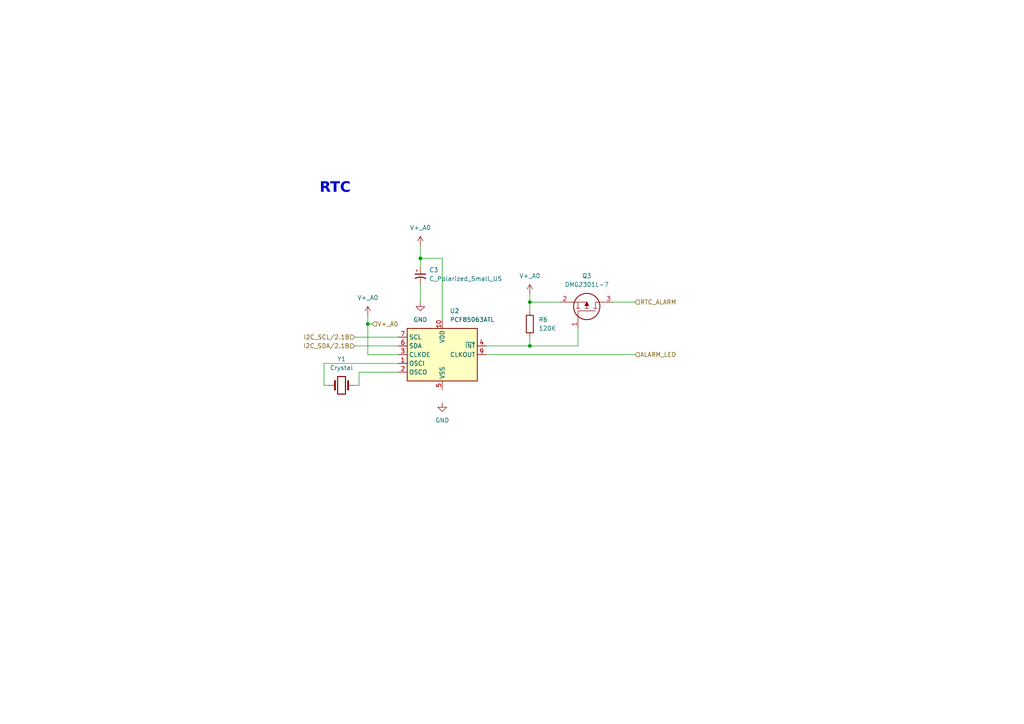
<source format=kicad_sch>
(kicad_sch (version 20230121) (generator eeschema)
  (paper "A4")
  (lib_symbols
    (symbol "DMG2301L-7:DMG2301L-7" (pin_names (offset 0.762))
      (property "Reference" "Q" (at 11.43 3.81 0))
      (property "Value" "DMG2301L-7" (at 11.43 1.27 0))
      (symbol "DMG2301L-7_0_0"
        (pin passive line (at 0 0 0) (length 2.54) (name "~") (number "1"))
        (pin passive line (at 7.62 -5.08 90) (length 2.54) (name "~") (number "2"))
        (pin passive line (at 7.62 10.16 270) (length 2.54) (name "~") (number "3"))
      )
      (symbol "DMG2301L-7_0_1"
        (polyline (pts (xy 5.842 -0.508) (xy 5.842 0.508)) (stroke (width 0.1524)))
        (polyline (pts (xy 5.842 0) (xy 7.62 0)) (stroke (width 0.1524)))
        (polyline (pts (xy 5.842 2.032) (xy 5.842 3.048)) (stroke (width 0.1524)))
        (polyline (pts (xy 5.842 5.588) (xy 5.842 4.572)) (stroke (width 0.1524)))
        (polyline (pts (xy 7.62 2.54) (xy 5.842 2.54)) (stroke (width 0.1524)))
        (polyline (pts (xy 7.62 2.54) (xy 7.62 -2.54)) (stroke (width 0.1524)))
        (polyline (pts (xy 7.62 5.08) (xy 5.842 5.08)) (stroke (width 0.1524)))
        (polyline (pts (xy 7.62 5.08) (xy 7.62 7.62)) (stroke (width 0.1524)))
        (polyline (pts (xy 2.54 0) (xy 5.08 0) (xy 5.08 5.08)) (stroke (width 0.1524)))
        (polyline (pts (xy 7.62 2.54) (xy 6.604 3.048) (xy 6.604 2.032) (xy 7.62 2.54)) (stroke (width 0.254)) (fill (type outline)))
        (circle (center 6.35 2.54) (radius 3.81) (stroke (width 0.254)))
      )
    )
    (symbol "Device:C_Polarized_Small_US" (pin_numbers hide) (pin_names (offset 0.254) hide)
      (property "Reference" "C" (at 0.254 1.778 0))
      (property "Value" "C_Polarized_Small_US" (at 0.254 -2.032 0))
      (symbol "C_Polarized_Small_US_0_1"
        (polyline (pts (xy -1.524 0.508) (xy 1.524 0.508)) (stroke (width 0.3048)))
        (polyline (pts (xy -1.27 1.524) (xy -0.762 1.524)))
        (polyline (pts (xy -1.016 1.27) (xy -1.016 1.778)))
        (arc (start 1.524 -0.762) (mid 0 -0.3734) (end -1.524 -0.762) (stroke (width 0.3048)))
      )
      (symbol "C_Polarized_Small_US_1_1"
        (pin passive line (at 0 2.54 270) (length 2.032) (name "~") (number "1"))
        (pin passive line (at 0 -2.54 90) (length 2.032) (name "~") (number "2"))
      )
    )
    (symbol "Device:Crystal" (pin_numbers hide) (pin_names (offset 1.016) hide)
      (property "Reference" "Y" (at 0 3.81 0))
      (property "Value" "Crystal" (at 0 -3.81 0))
      (symbol "Crystal_0_1"
        (rectangle (start -1.143 2.54) (end 1.143 -2.54) (stroke (width 0.3048)))
        (polyline (pts (xy -2.54 0) (xy -1.905 0)))
        (polyline (pts (xy -1.905 -1.27) (xy -1.905 1.27)) (stroke (width 0.508)))
        (polyline (pts (xy 1.905 -1.27) (xy 1.905 1.27)) (stroke (width 0.508)))
        (polyline (pts (xy 2.54 0) (xy 1.905 0)))
      )
      (symbol "Crystal_1_1"
        (pin passive line (at -3.81 0 0) (length 1.27) (name "1") (number "1"))
        (pin passive line (at 3.81 0 180) (length 1.27) (name "2") (number "2"))
      )
    )
    (symbol "Device:R" (pin_numbers hide) (pin_names (offset 0))
      (property "Reference" "R" (at 2.032 0 90))
      (property "Value" "R" (at 0 0 90))
      (symbol "R_0_1"
        (rectangle (start -1.016 -2.54) (end 1.016 2.54) (stroke (width 0.254)))
      )
      (symbol "R_1_1"
        (pin passive line (at 0 3.81 270) (length 1.27) (name "~") (number "1"))
        (pin passive line (at 0 -3.81 90) (length 1.27) (name "~") (number "2"))
      )
    )
    (symbol "Timer_RTC:PCF85063ATL"
      (property "Reference" "U" (at -10.16 8.89 0))
      (property "Value" "PCF85063ATL" (at 6.35 -8.89 0))
      (symbol "PCF85063ATL_0_1"
        (rectangle (start -10.16 7.62) (end 10.16 -7.62) (stroke (width 0.254)) (fill (type background)))
      )
      (symbol "PCF85063ATL_1_1"
        (pin input line (at -12.7 -2.54 0) (length 2.54) (name "OSCI") (number "1"))
        (pin power_in line (at 0 10.16 270) (length 2.54) (name "VDD") (number "10"))
        (pin output line (at -12.7 -5.08 0) (length 2.54) (name "OSCO") (number "2"))
        (pin input line (at -12.7 0 0) (length 2.54) (name "CLKOE") (number "3"))
        (pin output line (at 12.7 2.54 180) (length 2.54) (name "~{INT}") (number "4"))
        (pin power_in line (at 0 -10.16 90) (length 2.54) (name "VSS") (number "5"))
        (pin bidirectional line (at -12.7 2.54 0) (length 2.54) (name "SDA") (number "6"))
        (pin input line (at -12.7 5.08 0) (length 2.54) (name "SCL") (number "7"))
        (pin no_connect line (at 10.16 5.08 180) (length 2.54) hide (name "NC") (number "8"))
        (pin output line (at 12.7 0 180) (length 2.54) (name "CLKOUT") (number "9"))
      )
    )
    (symbol "power:GND" (power) (pin_names (offset 0))
      (property "Value" "GND" (at 0 -3.81 0))
      (symbol "GND_0_1"
        (polyline (pts (xy 0 0) (xy 0 -1.27) (xy 1.27 -1.27) (xy 0 -2.54) (xy -1.27 -1.27) (xy 0 -1.27)))
      )
      (symbol "GND_1_1"
        (pin power_in line (at 0 0 270) (length 0) hide (name "GND") (number "1"))
      )
    )
    (symbol "power_vsys:V+_A0" (power) (pin_names (offset 0))
      (property "Value" "V+_A0" (at 0 3.81 0))
      (symbol "V+_A0_0_1"
        (polyline (pts (xy -0.762 1.27) (xy 0 2.54)))
        (polyline (pts (xy 0 0) (xy 0 2.54)))
        (polyline (pts (xy 0 2.54) (xy 0.762 1.27)))
      )
      (symbol "V+_A0_1_1"
        (pin power_in line (at 0 0 90) (length 0) hide (name "V+_A0") (number "1"))
      )
    )
  )
  (junction (at 153.67 87.63))
  (junction (at 121.92 74.93))
  (junction (at 106.68 93.98))
  (junction (at 153.67 100.33))
  (wire (pts (xy 115.57 105.41) (xy 93.98 105.41)))
  (wire (pts (xy 153.67 87.63) (xy 162.56 87.63)))
  (wire (pts (xy 93.98 111.76) (xy 95.25 111.76)))
  (wire (pts (xy 102.87 97.79) (xy 115.57 97.79)))
  (wire (pts (xy 121.92 74.93) (xy 121.92 71.12)))
  (wire (pts (xy 106.68 93.98) (xy 106.68 91.44)))
  (wire (pts (xy 121.92 82.55) (xy 121.92 87.63)))
  (wire (pts (xy 153.67 97.79) (xy 153.67 100.33)))
  (wire (pts (xy 102.87 100.33) (xy 115.57 100.33)))
  (wire (pts (xy 153.67 85.09) (xy 153.67 87.63)))
  (wire (pts (xy 153.67 87.63) (xy 153.67 90.17)))
  (wire (pts (xy 115.57 102.87) (xy 106.68 102.87)))
  (wire (pts (xy 106.68 93.98) (xy 107.95 93.98)))
  (wire (pts (xy 128.27 74.93) (xy 121.92 74.93)))
  (wire (pts (xy 106.68 102.87) (xy 106.68 93.98)))
  (wire (pts (xy 121.92 74.93) (xy 121.92 77.47)))
  (wire (pts (xy 104.14 111.76) (xy 102.87 111.76)))
  (wire (pts (xy 115.57 107.95) (xy 104.14 107.95)))
  (wire (pts (xy 128.27 92.71) (xy 128.27 74.93)))
  (wire (pts (xy 153.67 100.33) (xy 167.64 100.33)))
  (wire (pts (xy 140.97 100.33) (xy 153.67 100.33)))
  (wire (pts (xy 104.14 107.95) (xy 104.14 111.76)))
  (wire (pts (xy 177.8 87.63) (xy 184.15 87.63)))
  (wire (pts (xy 140.97 102.87) (xy 184.15 102.87)))
  (wire (pts (xy 167.64 100.33) (xy 167.64 95.25)))
  (wire (pts (xy 93.98 105.41) (xy 93.98 111.76)))
  (text "RTC" (at 92.71 57.15 0) (effects (font (size 3 3) (thickness 1) bold) (justify left bottom)))
  (hierarchical_label "ALARM_LED" (shape input) (at 184.15 102.87 0))
  (hierarchical_label "V+_A0" (shape input) (at 107.95 93.98 0))
  (hierarchical_label "I2C_SDA{slash}2.1B" (shape input) (at 102.87 100.33 180))
  (hierarchical_label "I2C_SCL{slash}2.1B" (shape input) (at 102.87 97.79 180))
  (hierarchical_label "RTC_ALARM" (shape input) (at 184.15 87.63 0))
  (symbol (lib_id "Device:Crystal") (at 99.06 111.76 0) (unit 1)
    (property "Reference" "Y1" (at 99.06 104.14 0))
    (property "Value" "Crystal" (at 99.06 106.68 0))
  )
  (symbol (lib_id "power:GND") (at 121.92 87.63 0) (unit 1)
    (property "Reference" "#PWR013" (effects hide))
    (property "Value" "GND" (at 121.92 92.71 0))
  )
  (symbol (lib_id "power:GND") (at 128.27 116.84 0) (unit 1)
    (property "Reference" "#PWR012" (effects hide))
    (property "Value" "GND" (at 128.27 121.92 0))
  )
  (symbol (lib_id "Device:C_Polarized_Small_US") (at 121.92 80.01 0) (unit 1)
    (property "Reference" "C3" (at 124.46 78.3082 0) (effects (justify left)))
    (property "Value" "C_Polarized_Small_US" (at 124.46 80.8482 0) (effects (justify left)))
  )
  (symbol (lib_id "power_vsys:V+_A0") (at 106.68 91.44 0) (unit 1)
    (property "Reference" "#PWR014" (effects hide))
    (property "Value" "V+_A0" (at 106.68 86.36 0))
  )
  (symbol (lib_id "Device:R") (at 153.67 93.98 0) (unit 1)
    (property "Reference" "R6" (at 156.21 92.71 0) (effects (justify left)))
    (property "Value" "120K" (at 156.21 95.25 0) (effects (justify left)))
  )
  (symbol (lib_id "power_vsys:V+_A0") (at 153.67 85.09 0) (unit 1)
    (property "Reference" "#PWR011" (effects hide))
    (property "Value" "V+_A0" (at 153.67 80.01 0))
  )
  (symbol (lib_id "power_vsys:V+_A0") (at 121.92 71.12 0) (unit 1)
    (property "Reference" "#PWR010" (effects hide))
    (property "Value" "V+_A0" (at 121.92 66.04 0))
  )
  (symbol (lib_id "Timer_RTC:PCF85063ATL") (at 128.27 102.87 0) (unit 1)
    (property "Reference" "U2" (at 130.4641 90.17 0) (effects (justify left)))
    (property "Value" "PCF85063ATL" (at 130.4641 92.71 0) (effects (justify left)))
    (property "Footprint" "Package_DFN_QFN:DFN-10-1EP_2.6x2.6mm_P0.5mm_EP1.3x2.2mm" (effects hide))
    (property "Datasheet" "https://www.nxp.com/docs/en/data-sheet/PCF85063A.pdf" (effects hide))
  )
  (symbol (lib_id "DMG2301L-7:DMG2301L-7") (at 167.64 95.25 270) (mirror x) (unit 1)
    (property "Reference" "Q3" (at 170.18 80.01 90))
    (property "Value" "DMG2301L-7" (at 170.18 82.55 90))
    (property "Footprint" "DMG2301L-7:SOT96P240X110-3N" (effects hide))
    (property "Datasheet" "https://www.mouser.com/datasheet/2/115/DMG2301L-959562.pdf" (effects hide))
    (property "Description" "MOSFET MOSFET BVDSS" (effects hide))
    (property "Height" "1.1" (effects hide))
    (property "Manufacturer_Name" "Diodes Inc." (effects hide))
    (property "Manufacturer_Part_Number" "DMG2301L-7" (effects hide))
    (property "Mouser Part Number" "621-DMG2301L-7" (effects hide))
    (property "Mouser Price/Stock" "https://www.mouser.co.uk/ProductDetail/Diodes-Incorporated/DMG2301L-7?qs=60RJRzIpcl8mqpUzCaZuxQ%3D%3D" (effects hide))
    (property "Arrow Part Number" "DMG2301L-7" (effects hide))
    (property "Arrow Price/Stock" "https://www.arrow.com/en/products/dmg2301l-7/diodes-incorporated?region=nac" (effects hide))
  )
)
</source>
